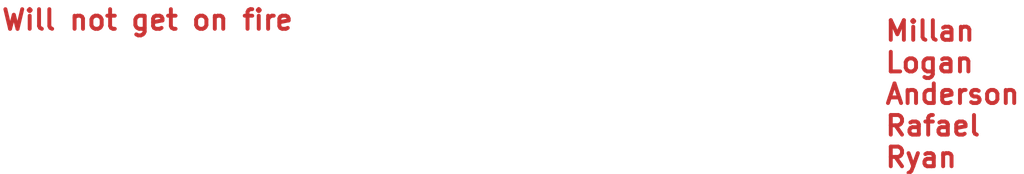
<source format=kicad_pcb>
(kicad_pcb
	(version 20241229)
	(generator "pcbnew")
	(generator_version "9.0")
	(general
		(thickness 1.6)
		(legacy_teardrops no)
	)
	(paper "A4")
	(layers
		(0 "F.Cu" signal)
		(2 "B.Cu" signal)
		(9 "F.Adhes" user "F.Adhesive")
		(11 "B.Adhes" user "B.Adhesive")
		(13 "F.Paste" user)
		(15 "B.Paste" user)
		(5 "F.SilkS" user "F.Silkscreen")
		(7 "B.SilkS" user "B.Silkscreen")
		(1 "F.Mask" user)
		(3 "B.Mask" user)
		(17 "Dwgs.User" user "User.Drawings")
		(19 "Cmts.User" user "User.Comments")
		(21 "Eco1.User" user "User.Eco1")
		(23 "Eco2.User" user "User.Eco2")
		(25 "Edge.Cuts" user)
		(27 "Margin" user)
		(31 "F.CrtYd" user "F.Courtyard")
		(29 "B.CrtYd" user "B.Courtyard")
		(35 "F.Fab" user)
		(33 "B.Fab" user)
		(39 "User.1" user)
		(41 "User.2" user)
		(43 "User.3" user)
		(45 "User.4" user)
	)
	(setup
		(stackup
			(layer "F.SilkS"
				(type "Top Silk Screen")
			)
			(layer "F.Paste"
				(type "Top Solder Paste")
			)
			(layer "F.Mask"
				(type "Top Solder Mask")
				(thickness 0.01)
			)
			(layer "F.Cu"
				(type "copper")
				(thickness 0.035)
			)
			(layer "dielectric 1"
				(type "core")
				(thickness 1.51)
				(material "FR4")
				(epsilon_r 4.5)
				(loss_tangent 0.02)
			)
			(layer "B.Cu"
				(type "copper")
				(thickness 0.035)
			)
			(layer "B.Mask"
				(type "Bottom Solder Mask")
				(thickness 0.01)
			)
			(layer "B.Paste"
				(type "Bottom Solder Paste")
			)
			(layer "B.SilkS"
				(type "Bottom Silk Screen")
			)
			(copper_finish "None")
			(dielectric_constraints no)
		)
		(pad_to_mask_clearance 0)
		(allow_soldermask_bridges_in_footprints no)
		(tenting front back)
		(pcbplotparams
			(layerselection 0x00000000_00000000_55555555_5755f5ff)
			(plot_on_all_layers_selection 0x00000000_00000000_00000000_00000000)
			(disableapertmacros no)
			(usegerberextensions no)
			(usegerberattributes yes)
			(usegerberadvancedattributes yes)
			(creategerberjobfile yes)
			(dashed_line_dash_ratio 12.000000)
			(dashed_line_gap_ratio 3.000000)
			(svgprecision 4)
			(plotframeref no)
			(mode 1)
			(useauxorigin no)
			(hpglpennumber 1)
			(hpglpenspeed 20)
			(hpglpendiameter 15.000000)
			(pdf_front_fp_property_popups yes)
			(pdf_back_fp_property_popups yes)
			(pdf_metadata yes)
			(pdf_single_document no)
			(dxfpolygonmode yes)
			(dxfimperialunits yes)
			(dxfusepcbnewfont yes)
			(psnegative no)
			(psa4output no)
			(plot_black_and_white yes)
			(sketchpadsonfab no)
			(plotpadnumbers no)
			(hidednponfab no)
			(sketchdnponfab yes)
			(crossoutdnponfab yes)
			(subtractmaskfromsilk no)
			(outputformat 1)
			(mirror no)
			(drillshape 1)
			(scaleselection 1)
			(outputdirectory "")
		)
	)
	(net 0 "")
	(gr_text "Will not get on fire"
		(at 56 30 0)
		(layer "F.Cu")
		(uuid "56ebb7ef-86fe-4a7d-836e-ff74ab335abd")
		(effects
			(font
				(size 1.5 1.5)
				(thickness 0.3)
				(bold yes)
			)
			(justify left bottom)
		)
	)
	(gr_text "Millan\nLogan\nAnderson\nRafael\nRyan"
		(at 123.5 40.5 0)
		(layer "F.Cu")
		(uuid "bb6e5c58-dc8d-445e-a54b-a7a36116b4ba")
		(effects
			(font
				(size 1.5 1.5)
				(thickness 0.3)
				(bold yes)
			)
			(justify left bottom)
		)
	)
	(embedded_fonts no)
)

</source>
